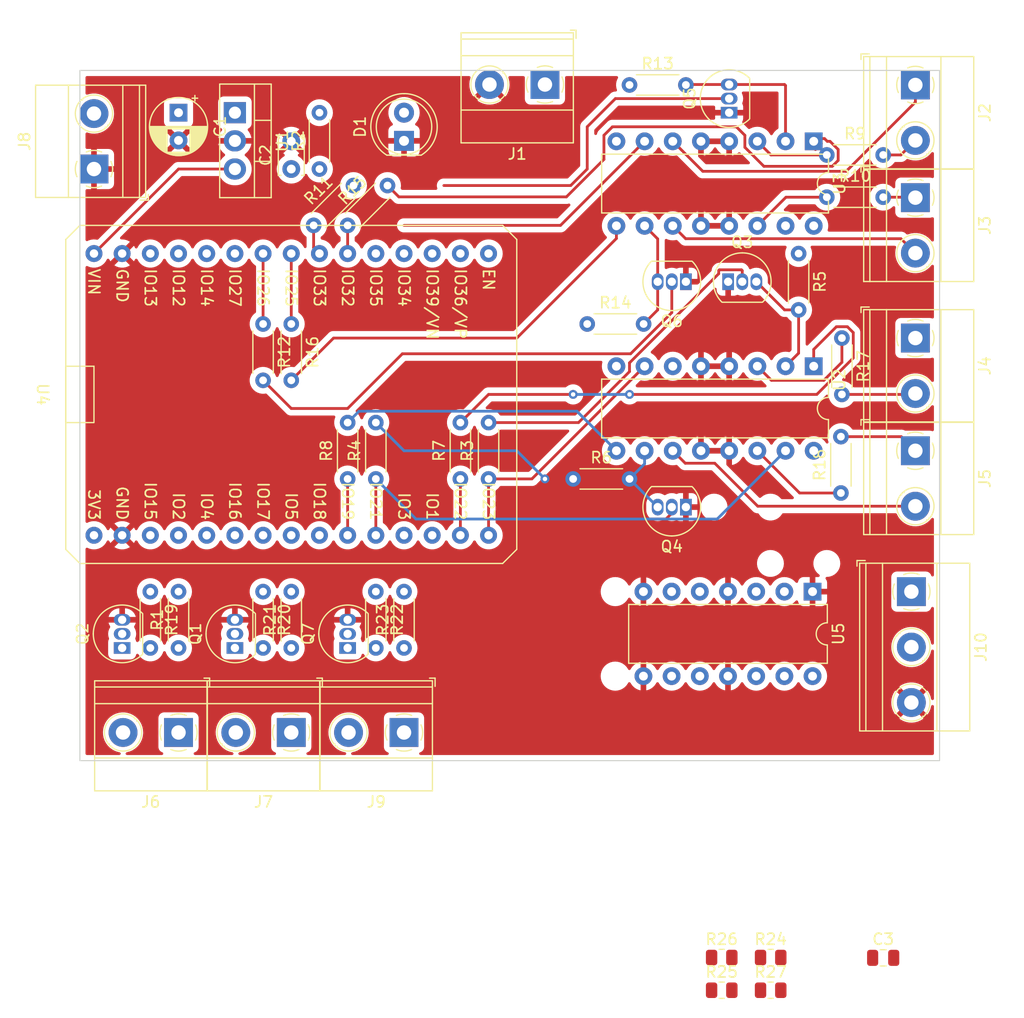
<source format=kicad_pcb>
(kicad_pcb (version 20210228) (generator pcbnew)
  (layers (0 "F.Cu" signal) (31 "B.Cu" signal) (34 "B.Paste" user) (35 "F.Paste" user) (36 "B.SilkS" user "B.Silkscreen") (37 "F.SilkS" user "F.Silkscreen") (38 "B.Mask" user) (39 "F.Mask" user) (44 "Edge.Cuts" user))
  (net 0 "")
  (net 1 "GND")
  (net 2 "+12V")
  (net 3 "Net-(J2-Pad2)")
  (net 4 "Net-(J3-Pad1)")
  (net 5 "Net-(J4-Pad2)")
  (net 6 "Net-(J5-Pad1)")
  (net 7 "Net-(J6-Pad1)")
  (net 8 "LED_1")
  (net 9 "LED_2")
  (net 10 "+5V")
  (net 11 "Net-(R7-Pad2)")
  (net 12 "S4_PWM")
  (net 13 "Net-(Q3-Pad3)")
  (net 14 "S1_SEL")
  (net 15 "S4_SEL")
  (net 16 "S3_PWM")
  (net 17 "S3_SEL")
  (net 18 "S2_SEL")
  (net 19 "S1_PWM")
  (net 20 "S2_PWM")
  (net 21 "Net-(Q4-Pad3)")
  (net 22 "Net-(Q3-Pad2)")
  (net 23 "Net-(Q5-Pad3)")
  (net 24 "Net-(Q4-Pad2)")
  (net 25 "Net-(J7-Pad1)")
  (net 26 "+28V")
  (net 27 "/31V Fairy Lights/L1_B")
  (net 28 "/31V Fairy Lights/L1_A")
  (net 29 "/31V Fairy Lights/L2_B")
  (net 30 "/31V Fairy Lights/L2_A")
  (net 31 "/5V Fairy Lights/L1_B")
  (net 32 "/5V Fairy Lights/L1_A")
  (net 33 "/5V Fairy Lights/L2_B")
  (net 34 "/5V Fairy Lights/L2_A")
  (net 35 "Net-(D1-Pad2)")
  (net 36 "Net-(Q6-Pad3)")
  (net 37 "Net-(Q5-Pad2)")
  (net 38 "Net-(R8-Pad2)")
  (net 39 "Net-(Q6-Pad2)")
  (net 40 "Net-(R15-Pad2)")
  (net 41 "Net-(R16-Pad2)")
  (net 42 "Net-(J6-Pad2)")
  (net 43 "Net-(J7-Pad2)")
  (net 44 "Net-(J9-Pad2)")
  (net 45 "Net-(J9-Pad1)")
  (net 46 "/Adressable RGB/RGB_1_OUT")
  (net 47 "Net-(Q1-Pad2)")
  (net 48 "Net-(Q2-Pad2)")
  (net 49 "Net-(Q7-Pad2)")
  (net 50 "LED_3")
  (net 51 "Net-(U5-Pad8)")
  (net 52 "Net-(U5-Pad3)")
  (net 53 "Net-(U5-Pad11)")
  (net 54 "Net-(U5-Pad6)")
  (net 55 "/Adressable RGB/RGB_2_OUT")
  (net 56 "/Adressable RGB/RGB_3_OUT")
  (net 57 "/Adressable RGB/RGB_4_OUT")
  (net 70 "/Adressable RGB/RGB_2_IN")
  (net 71 "/Adressable RGB/RGB_4_IN")
  (net 72 "RGB_DATA_1")
  (net 73 "/Adressable RGB/RGB_3_IN")
  (footprint "Resistor_THT:R_Axial_DIN0204_L3.6mm_D1.6mm_P5.08mm_Horizontal" (layer "F.Cu") (at 50.8 76.2 90)
    (fp_text reference "R23" (at 2.54 -1.92 90) (layer "F.SilkS"))
    (fp_text value "100")
    (pad "1" thru_hole circle locked (at 0 0 90) (size 1.4 1.4) (drill 0.7) (layers *.Cu *.Mask) (net 45 "Net-(J9-Pad1)"))
    (pad "2" thru_hole oval locked (at 5.08 0 90) (size 1.4 1.4) (drill 0.7) (layers *.Cu *.Mask) (net 10 "+5V"))
  )
  (footprint "Package_TO_SOT_THT:TO-92_Inline" (layer "F.Cu") (at 80.01 43.18)
    (fp_text reference "Q3" (at 1.27 -3.56) (layer "F.SilkS"))
    (fp_text value "2N3904")
    (pad "1" thru_hole rect locked (at 0 0) (size 1.05 1.5) (drill 0.75) (layers *.Cu *.Mask) (net 1 "GND"))
    (pad "2" thru_hole oval locked (at 1.27 0) (size 1.05 1.5) (drill 0.75) (layers *.Cu *.Mask) (net 22 "Net-(Q3-Pad2)"))
    (pad "3" thru_hole oval locked (at 2.54 0) (size 1.05 1.5) (drill 0.75) (layers *.Cu *.Mask) (net 13 "Net-(Q3-Pad3)"))
  )
  (footprint "Resistor_THT:R_Axial_DIN0204_L3.6mm_D1.6mm_P5.08mm_Horizontal" (layer "F.Cu") (at 30.48 76.2 90)
    (fp_text reference "R1" (at 2.54 -1.92 90) (layer "F.SilkS"))
    (fp_text value "100")
    (pad "1" thru_hole circle locked (at 0 0 90) (size 1.4 1.4) (drill 0.7) (layers *.Cu *.Mask) (net 7 "Net-(J6-Pad1)"))
    (pad "2" thru_hole oval locked (at 5.08 0 90) (size 1.4 1.4) (drill 0.7) (layers *.Cu *.Mask) (net 10 "+5V"))
  )
  (footprint "Resistor_SMD:R_0805_2012Metric" (layer "F.Cu") (at 83.84 107.06)
    (fp_text reference "R27" (at 0 -1.65) (layer "F.SilkS"))
    (fp_text value "470")
    (pad "1" smd roundrect locked (at -0.9125 0) (size 1.025 1.4) (layers "F.Cu" "F.Paste" "F.Mask") (roundrect_rratio 0.243902) (net 53 "Net-(U5-Pad11)"))
    (pad "2" smd roundrect locked (at 0.9125 0) (size 1.025 1.4) (layers "F.Cu" "F.Paste" "F.Mask") (roundrect_rratio 0.243902) (net 57 "/Adressable RGB/RGB_4_OUT"))
  )
  (footprint "TerminalBlock_Phoenix:TerminalBlock_Phoenix_MKDS-1,5-2_1x02_P5.00mm_Horizontal" (layer "F.Cu") (at 96.881 48.26 -90)
    (fp_text reference "J4" (at 2.5 -6.26 90) (layer "F.SilkS"))
    (fp_text value "5V_1")
    (pad "1" thru_hole rect locked (at 0 0 270) (size 2.6 2.6) (drill 1.3) (layers *.Cu *.Mask) (net 31 "/5V Fairy Lights/L1_B"))
    (pad "2" thru_hole circle locked (at 5 0 270) (size 2.6 2.6) (drill 1.3) (layers *.Cu *.Mask) (net 5 "Net-(J4-Pad2)"))
  )
  (footprint "Package_TO_SOT_THT:TO-92_Inline" (layer "F.Cu") (at 76.2 43.18 180)
    (fp_text reference "Q6" (at 1.27 -3.56) (layer "F.SilkS"))
    (fp_text value "2N3904")
    (pad "1" thru_hole rect locked (at 0 0 180) (size 1.05 1.5) (drill 0.75) (layers *.Cu *.Mask) (net 1 "GND"))
    (pad "2" thru_hole oval locked (at 1.27 0 180) (size 1.05 1.5) (drill 0.75) (layers *.Cu *.Mask) (net 39 "Net-(Q6-Pad2)"))
    (pad "3" thru_hole oval locked (at 2.54 0 180) (size 1.05 1.5) (drill 0.75) (layers *.Cu *.Mask) (net 36 "Net-(Q6-Pad3)"))
  )
  (footprint "TerminalBlock_Phoenix:TerminalBlock_Phoenix_MKDS-1,5-2_1x02_P5.00mm_Horizontal" (layer "F.Cu") (at 50.8 83.82 180)
    (fp_text reference "J9" (at 2.5 -6.26) (layer "F.SilkS"))
    (fp_text value "LEDGLE_3")
    (pad "1" thru_hole rect locked (at 0 0 180) (size 2.6 2.6) (drill 1.3) (layers *.Cu *.Mask) (net 45 "Net-(J9-Pad1)"))
    (pad "2" thru_hole circle locked (at 5 0 180) (size 2.6 2.6) (drill 1.3) (layers *.Cu *.Mask) (net 44 "Net-(J9-Pad2)"))
  )
  (footprint "Resistor_SMD:R_0805_2012Metric" (layer "F.Cu") (at 79.43 107.06)
    (fp_text reference "R25" (at 0 -1.65) (layer "F.SilkS"))
    (fp_text value "470")
    (pad "1" smd roundrect locked (at -0.9125 0) (size 1.025 1.4) (layers "F.Cu" "F.Paste" "F.Mask") (roundrect_rratio 0.243902) (net 54 "Net-(U5-Pad6)"))
    (pad "2" smd roundrect locked (at 0.9125 0) (size 1.025 1.4) (layers "F.Cu" "F.Paste" "F.Mask") (roundrect_rratio 0.243902) (net 55 "/Adressable RGB/RGB_2_OUT"))
  )
  (footprint "Resistor_THT:R_Axial_DIN0204_L3.6mm_D1.6mm_P5.08mm_Horizontal" (layer "F.Cu") (at 88.9 35.56)
    (fp_text reference "R10" (at 2.54 -1.92) (layer "F.SilkS"))
    (fp_text value "33")
    (pad "1" thru_hole circle locked (at 0 0) (size 1.4 1.4) (drill 0.7) (layers *.Cu *.Mask) (net 29 "/31V Fairy Lights/L2_B"))
    (pad "2" thru_hole oval locked (at 5.08 0) (size 1.4 1.4) (drill 0.7) (layers *.Cu *.Mask) (net 4 "Net-(J3-Pad1)"))
  )
  (footprint "Resistor_THT:R_Axial_DIN0204_L3.6mm_D1.6mm_P5.08mm_Horizontal" (layer "F.Cu") (at 86.36 40.64 -90)
    (fp_text reference "R5" (at 2.54 -1.92 90) (layer "F.SilkS"))
    (fp_text value "10k")
    (pad "1" thru_hole circle locked (at 0 0 270) (size 1.4 1.4) (drill 0.7) (layers *.Cu *.Mask) (net 10 "+5V"))
    (pad "2" thru_hole oval locked (at 5.08 0 270) (size 1.4 1.4) (drill 0.7) (layers *.Cu *.Mask) (net 13 "Net-(Q3-Pad3)"))
  )
  (footprint "Package_DIP:DIP-16_W7.62mm" (layer "F.Cu") (at 87.72 30.52 -90)
    (fp_text reference "U3" (at 3.81 -2.33 90) (layer "F.SilkS"))
    (fp_text value "L293D")
    (pad "1" thru_hole rect locked (at 0 0 270) (size 1.6 1.6) (drill 0.8) (layers *.Cu *.Mask) (net 40 "Net-(R15-Pad2)"))
    (pad "2" thru_hole oval locked (at 0 2.54 270) (size 1.6 1.6) (drill 0.8) (layers *.Cu *.Mask) (net 23 "Net-(Q5-Pad3)"))
    (pad "3" thru_hole oval locked (at 0 5.08 270) (size 1.6 1.6) (drill 0.8) (layers *.Cu *.Mask) (net 28 "/31V Fairy Lights/L1_A"))
    (pad "4" thru_hole oval locked (at 0 7.62 270) (size 1.6 1.6) (drill 0.8) (layers *.Cu *.Mask) (net 1 "GND"))
    (pad "5" thru_hole oval locked (at 0 10.16 270) (size 1.6 1.6) (drill 0.8) (layers *.Cu *.Mask) (net 1 "GND"))
    (pad "6" thru_hole oval locked (at 0 12.7 270) (size 1.6 1.6) (drill 0.8) (layers *.Cu *.Mask) (net 27 "/31V Fairy Lights/L1_B"))
    (pad "7" thru_hole oval locked (at 0 15.24 270) (size 1.6 1.6) (drill 0.8) (layers *.Cu *.Mask) (net 14 "S1_SEL"))
    (pad "8" thru_hole oval locked (at 0 17.78 270) (size 1.6 1.6) (drill 0.8) (layers *.Cu *.Mask) (net 26 "+28V"))
    (pad "9" thru_hole oval locked (at 7.62 17.78 270) (size 1.6 1.6) (drill 0.8) (layers *.Cu *.Mask) (net 41 "Net-(R16-Pad2)"))
    (pad "10" thru_hole oval locked (at 7.62 15.24 270) (size 1.6 1.6) (drill 0.8) (layers *.Cu *.Mask) (net 36 "Net-(Q6-Pad3)"))
    (pad "11" thru_hole oval locked (at 7.62 12.7 270) (size 1.6 1.6) (drill 0.8) (layers *.Cu *.Mask) (net 30 "/31V Fairy Lights/L2_A"))
    (pad "12" thru_hole oval locked (at 7.62 10.16 270) (size 1.6 1.6) (drill 0.8) (layers *.Cu *.Mask) (net 1 "GND"))
    (pad "13" thru_hole oval locked (at 7.62 7.62 270) (size 1.6 1.6) (drill 0.8) (layers *.Cu *.Mask) (net 1 "GND"))
    (pad "14" thru_hole oval locked (at 7.62 5.08 270) (size 1.6 1.6) (drill 0.8) (layers *.Cu *.Mask) (net 29 "/31V Fairy Lights/L2_B"))
    (pad "15" thru_hole oval locked (at 7.62 2.54 270) (size 1.6 1.6) (drill 0.8) (layers *.Cu *.Mask) (net 18 "S2_SEL"))
    (pad "16" thru_hole oval locked (at 7.62 0 270) (size 1.6 1.6) (drill 0.8) (layers *.Cu *.Mask) (net 10 "+5V"))
  )
  (footprint "Package_DIP:DIP-14_W7.62mm" (layer "F.Cu") (at 87.615 71.12 -90)
    (fp_text reference "U5" (at 3.81 -2.33 -90) (layer "F.SilkS"))
    (fp_text value "SN74AHCT125")
    (pad "1" thru_hole rect locked (at 0 0 270) (size 1.6 1.6) (drill 0.8) (layers *.Cu *.Mask) (net 1 "GND"))
    (pad "2" thru_hole oval locked (at 0 2.54 270) (size 1.6 1.6) (drill 0.8) (layers *.Cu *.Mask) (net 72 "RGB_DATA_1"))
    (pad "3" thru_hole oval locked (at 0 5.08 270) (size 1.6 1.6) (drill 0.8) (layers *.Cu *.Mask) (net 52 "Net-(U5-Pad3)"))
    (pad "4" thru_hole oval locked (at 0 7.62 270) (size 1.6 1.6) (drill 0.8) (layers *.Cu *.Mask) (net 1 "GND"))
    (pad "5" thru_hole oval locked (at 0 10.16 270) (size 1.6 1.6) (drill 0.8) (layers *.Cu *.Mask) (net 70 "/Adressable RGB/RGB_2_IN"))
    (pad "6" thru_hole oval locked (at 0 12.7 270) (size 1.6 1.6) (drill 0.8) (layers *.Cu *.Mask) (net 54 "Net-(U5-Pad6)"))
    (pad "7" thru_hole oval locked (at 0 15.24 270) (size 1.6 1.6) (drill 0.8) (layers *.Cu *.Mask) (net 1 "GND"))
    (pad "8" thru_hole oval locked (at 7.62 15.24 270) (size 1.6 1.6) (drill 0.8) (layers *.Cu *.Mask) (net 51 "Net-(U5-Pad8)"))
    (pad "9" thru_hole oval locked (at 7.62 12.7 270) (size 1.6 1.6) (drill 0.8) (layers *.Cu *.Mask) (net 73 "/Adressable RGB/RGB_3_IN"))
    (pad "10" thru_hole oval locked (at 7.62 10.16 270) (size 1.6 1.6) (drill 0.8) (layers *.Cu *.Mask) (net 1 "GND"))
    (pad "11" thru_hole oval locked (at 7.62 7.62 270) (size 1.6 1.6) (drill 0.8) (layers *.Cu *.Mask) (net 53 "Net-(U5-Pad11)"))
    (pad "12" thru_hole oval locked (at 7.62 5.08 270) (size 1.6 1.6) (drill 0.8) (layers *.Cu *.Mask) (net 71 "/Adressable RGB/RGB_4_IN"))
    (pad "13" thru_hole oval locked (at 7.62 2.54 270) (size 1.6 1.6) (drill 0.8) (layers *.Cu *.Mask) (net 1 "GND"))
    (pad "14" thru_hole oval locked (at 7.62 0 270) (size 1.6 1.6) (drill 0.8) (layers *.Cu *.Mask) (net 10 "+5V"))
  )
  (footprint "Resistor_THT:R_Axial_DIN0204_L3.6mm_D1.6mm_P5.08mm_Horizontal" (layer "F.Cu") (at 48.26 71.12 -90)
    (fp_text reference "R22" (at 2.54 -1.92 90) (layer "F.SilkS"))
    (fp_text value "1k")
    (pad "1" thru_hole circle locked (at 0 0 270) (size 1.4 1.4) (drill 0.7) (layers *.Cu *.Mask) (net 50 "LED_3"))
    (pad "2" thru_hole oval locked (at 5.08 0 270) (size 1.4 1.4) (drill 0.7) (layers *.Cu *.Mask) (net 49 "Net-(Q7-Pad2)"))
  )
  (footprint "Resistor_THT:R_Axial_DIN0204_L3.6mm_D1.6mm_P5.08mm_Horizontal" (layer "F.Cu") (at 71.12 25.44)
    (fp_text reference "R13" (at 2.54 -1.92) (layer "F.SilkS"))
    (fp_text value "10k")
    (pad "1" thru_hole circle locked (at 0 0) (size 1.4 1.4) (drill 0.7) (layers *.Cu *.Mask) (net 10 "+5V"))
    (pad "2" thru_hole oval locked (at 5.08 0) (size 1.4 1.4) (drill 0.7) (layers *.Cu *.Mask) (net 23 "Net-(Q5-Pad3)"))
  )
  (footprint "Capacitor_THT:CP_Radial_D5.0mm_P2.50mm" (layer "F.Cu") (at 30.48 27.94 -90)
    (fp_text reference "C1" (at 1.25 -3.75 90) (layer "F.SilkS"))
    (fp_text value "0.22u")
    (pad "1" thru_hole rect locked (at 0 0 270) (size 1.6 1.6) (drill 0.8) (layers *.Cu *.Mask) (net 2 "+12V"))
    (pad "2" thru_hole circle locked (at 2.5 0 270) (size 1.6 1.6) (drill 0.8) (layers *.Cu *.Mask) (net 1 "GND"))
  )
  (footprint "Jim:ESP32DOIT-DEVKIT-V1-30pin" (layer "F.Cu") (at 25.4 53.34 -90)
    (fp_text reference "U4" (at 0 7.16 -90 unlocked) (layer "F.SilkS"))
    (fp_text value "ESP32DOIT-DEVKIT-V1-30pin")
    (fp_text user "IO33" (at -11.43 -17.78 -90 unlocked) (layer "F.SilkS") (effects (justify left)))
    (fp_text user "IO1" (at 11.43 -27.94 -90 unlocked) (layer "F.SilkS") (effects (justify right)))
    (fp_text user "IO16" (at 11.43 -10.16 -90 unlocked) (layer "F.SilkS") (effects (justify right)))
    (fp_text user "3V3" (at 11.43 2.54 -90 unlocked) (layer "F.SilkS") (effects (justify right)))
    (fp_text user "IO27" (at -11.43 -10.16 -90 unlocked) (layer "F.SilkS") (effects (justify left)))
    (fp_text user "VIN" (at -11.43 2.54 -90 unlocked) (layer "F.SilkS") (effects (justify left)))
    (fp_text user "IO34" (at -11.43 -25.4 -90 unlocked) (layer "F.SilkS") (effects (justify left)))
    (fp_text user "IO25" (at -11.43 -15.24 -90 unlocked) (layer "F.SilkS") (effects (justify left)))
    (fp_text user "EN" (at -11.43 -33.02 -90 unlocked) (layer "F.SilkS") (effects (justify left)))
    (fp_text user "IO17" (at 11.43 -12.7 -90 unlocked) (layer "F.SilkS") (effects (justify right)))
    (fp_text user "IO26" (at -11.43 -12.7 -90 unlocked) (layer "F.SilkS") (effects (justify left)))
    (fp_text user "IO21" (at 11.43 -22.86 -90 unlocked) (layer "F.SilkS") (effects (justify right)))
    (fp_text user "GND" (at -11.43 0 -90 unlocked) (layer "F.SilkS") (effects (justify left)))
    (fp_text user "IO36/VP" (at -11.43 -30.48 -90 unlocked) (layer "F.SilkS") (effects (justify left)))
    (fp_text user "IO39/VN" (at -11.43 -27.94 -90 unlocked) (layer "F.SilkS") (effects (justify left)))
    (fp_text user "IO5" (at 11.43 -15.24 -90 unlocked) (layer "F.SilkS") (effects (justify right)))
    (fp_text user "IO12" (at -11.43 -5.08 -90 unlocked) (layer "F.SilkS") (effects (justify left)))
    (fp_text user "IO18" (at 11.43 -17.78 -90 unlocked) (layer "F.SilkS") (effects (justify right)))
    (fp_text user "IO2" (at 11.43 -5.08 -90 unlocked) (layer "F.SilkS") (effects (justify right)))
    (fp_text user "IO23" (at 11.43 -33.02 -90 unlocked) (layer "F.SilkS") (effects (justify right)))
    (fp_text user "IO3" (at 11.43 -25.4 -90 unlocked) (layer "F.SilkS") (effects (justify right)))
    (fp_text user "IO32" (at -11.43 -20.32 -90 unlocked) (layer "F.SilkS") (effects (justify left)))
    (fp_text user "IO14" (at -11.43 -7.62 -90 unlocked) (layer "F.SilkS") (effects (justify left)))
    (fp_text user "IO13" (at -11.43 -2.54 -90 unlocked) (layer "F.SilkS") (effects (justify left)))
    (fp_text user "GND" (at 11.43 0 -90 unlocked) (layer "F.SilkS") (effects (justify right)))
    (fp_text user "IO4" (at 11.43 -7.62 -90 unlocked) (layer "F.SilkS") (effects (justify right)))
    (fp_text user "IO19" (at 11.43 -20.32 -90 unlocked) (layer "F.SilkS") (effects (justify right)))
    (fp_text user "IO15" (at 11.43 -2.54 -90 unlocked) (layer "F.SilkS") (effects (justify right)))
    (fp_text user "IO35" (at -11.43 -22.86 -90 unlocked) (layer "F.SilkS") (effects (justify left)))
    (fp_text user "IO22" (at 11.43 -30.48 -90 unlocked) (layer "F.SilkS") (effects (justify right)))
    (pad "1" thru_hole circle (at -12.7 -33.02 270) (size 1.524 1.524) (drill 0.762) (layers *.Cu *.Mask))
    (pad "2" thru_hole circle (at -12.7 -30.48 270) (size 1.524 1.524) (drill 0.762) (layers *.Cu *.Mask))
    (pad "3" thru_hole circle (at -12.7 -27.94 270) (size 1.524 1.524) (drill 0.762) (layers *.Cu *.Mask))
    (pad "4" thru_hole circle (at -12.7 -25.4 270) (size 1.524 1.524) (drill 0.762) (layers *.Cu *.Mask))
    (pad "5" thru_hole circle (at -12.7 -22.86 270) (size 1.524 1.524) (drill 0.762) (layers *.Cu *.Mask))
    (pad "6" thru_hole circle (at -12.7 -20.32 270) (size 1.524 1.524) (drill 0.762) (layers *.Cu *.Mask) (net 19 "S1_PWM"))
    (pad "7" thru_hole circle (at -12.7 -17.78 270) (size 1.524 1.524) (drill 0.762) (layers *.Cu *.Mask) (net 14 "S1_SEL"))
    (pad "8" thru_hole circle (at -12.7 -15.24 270) (size 1.524 1.524) (drill 0.762) (layers *.Cu *.Mask) (net 20 "S2_PWM"))
    (pad "9" thru_hole circle (at -12.7 -12.7 270) (size 1.524 1.524) (drill 0.762) (layers *.Cu *.Mask) (net 18 "S2_SEL"))
    (pad "10" thru_hole circle (at -12.7 -10.16 270) (size 1.524 1.524) (drill 0.762) (layers *.Cu *.Mask))
    (pad "11" thru_hole circle (at -12.7 -7.62 270) (size 1.524 1.524) (drill 0.762) (layers *.Cu *.Mask))
    (pad "12" thru_hole circle (at -12.7 -5.08 270) (size 1.524 1.524) (drill 0.762) (layers *.Cu *.Mask))
    (pad "13" thru_hole circle (at -12.7 -2.54 270) (size 1.524 1.524) (drill 0.762) (layers *.Cu *.Mask))
    (pad "14" thru_hole circle (at -12.7 0 270) (size 1.524 1.524) (drill 0.762) (layers *.Cu *.Mask) (net 1 "GND"))
    (pad "15" thru_hole circle (at -12.7 2.54 270) (size 1.524 1.524) (drill 0.762) (layers *.Cu *.Mask) (net 10 "+5V"))
    (pad "16" thru_hole circle (at 12.7 -33.02 270) (size 1.524 1.524) (drill 0.762) (layers *.Cu *.Mask) (net 17 "S3_SEL"))
    (pad "17" thru_hole circle (at 12.7 -30.48 270) (size 1.524 1.524) (drill 0.762) (layers *.Cu *.Mask) (net 16 "S3_PWM"))
    (pad "18" thru_hole circle (at 12.7 -27.94 270) (size 1.524 1.524) (drill 0.762) (layers *.Cu *.Mask))
    (pad "19" thru_hole circle (at 12.7 -25.4 270) (size 1.524 1.524) (drill 0.762) (layers *.Cu *.Mask))
    (pad "20" thru_hole circle (at 12.7 -22.86 270) (size 1.524 1.524) (drill 0.762) (layers *.Cu *.Mask) (net 15 "S4_SEL"))
    (pad "21" thru_hole circle (at 12.7 -20.32 270) (size 1.524 1.524) (drill 0.762) (layers *.Cu *.Mask) (net 12 "S4_PWM"))
    (pad "22" thru_hole circle (at 12.7 -17.78 270) (size 1.524 1.524) (drill 0.762) (layers *.Cu *.Mask) (net 50 "LED_3"))
    (pad "23" thru_hole circle (at 12.7 -15.24 270) (size 1.524 1.524) (drill 0.762) (layers *.Cu *.Mask) (net 72 "RGB_DATA_1"))
    (pad "24" thru_hole circle (at 12.7 -12.7 270) (size 1.524 1.524) (drill 0.762) (layers *.Cu *.Mask))
    (pad "25" thru_hole circle (at 12.7 -10.16 270) (size 1.524 1.524) (drill 0.762) (layers *.Cu *.Mask))
    (pad "26" thru_hole circle (at 12.7 -7.62 270) (size 1.524 1.524) (drill 0.762) (layers *.Cu *.Mask) (net 9 "LED_2"))
    (pad "27" thru_hole circle (at 12.7 -5.08 270) (size 1.524 1.524) (drill 0.762) (layers *.Cu *.Mask))
    (pad "28" thru_hole circle (at 12.7 -2.54 270) (size 1.524 1.524) (drill 0.762) (layers *.Cu *.Mask) (net 8 "LED_1"))
    (pad "29" thru_hole circle (at 12.7 0 270) (size 1.524 1.524) (drill 0.762) (layers *.Cu *.Mask) (net 1 "GND"))
    (pad "30" thru_hole circle (at 12.7 2.54 270) (size 1.524 1.524) (drill 0.762) (layers *.Cu *.Mask))
  )
  (footprint "Package_DIP:DIP-16_W7.62mm" (layer "F.Cu") (at 87.72 50.8 -90)
    (fp_text reference "U2" (at 1.23 -2.33 90) (layer "F.SilkS"))
    (fp_text value "L293D")
    (pad "1" thru_hole rect locked (at 0 0 270) (size 1.6 1.6) (drill 0.8) (layers *.Cu *.Mask) (net 11 "Net-(R7-Pad2)"))
    (pad "2" thru_hole oval locked (at 0 2.54 270) (size 1.6 1.6) (drill 0.8) (layers *.Cu *.Mask) (net 13 "Net-(Q3-Pad3)"))
    (pad "3" thru_hole oval locked (at 0 5.08 270) (size 1.6 1.6) (drill 0.8) (layers *.Cu *.Mask) (net 32 "/5V Fairy Lights/L1_A"))
    (pad "4" thru_hole oval locked (at 0 7.62 270) (size 1.6 1.6) (drill 0.8) (layers *.Cu *.Mask) (net 1 "GND"))
    (pad "5" thru_hole oval locked (at 0 10.16 270) (size 1.6 1.6) (drill 0.8) (layers *.Cu *.Mask) (net 1 "GND"))
    (pad "6" thru_hole oval locked (at 0 12.7 270) (size 1.6 1.6) (drill 0.8) (layers *.Cu *.Mask) (net 31 "/5V Fairy Lights/L1_B"))
    (pad "7" thru_hole oval locked (at 0 15.24 270) (size 1.6 1.6) (drill 0.8) (layers *.Cu *.Mask) (net 17 "S3_SEL"))
    (pad "8" thru_hole oval locked (at 0 17.78 270) (size 1.6 1.6) (drill 0.8) (layers *.Cu *.Mask) (net 10 "+5V"))
    (pad "9" thru_hole oval locked (at 7.62 17.78 270) (size 1.6 1.6) (drill 0.8) (layers *.Cu *.Mask) (net 38 "Net-(R8-Pad2)"))
    (pad "10" thru_hole oval locked (at 7.62 15.24 270) (size 1.6 1.6) (drill 0.8) (layers *.Cu *.Mask) (net 21 "Net-(Q4-Pad3)"))
    (pad "11" thru_hole oval locked (at 7.62 12.7 270) (size 1.6 1.6) (drill 0.8) (layers *.Cu *.Mask) (net 34 "/5V Fairy Lights/L2_A"))
    (pad "12" thru_hole oval locked (at 7.62 10.16 270) (size 1.6 1.6) (drill 0.8) (layers *.Cu *.Mask) (net 1 "GND"))
    (pad "13" thru_hole oval locked (at 7.62 7.62 270) (size 1.6 1.6) (drill 0.8) (layers *.Cu *.Mask) (net 1 "GND"))
    (pad "14" thru_hole oval locked (at 7.62 5.08 270) (size 1.6 1.6) (drill 0.8) (layers *.Cu *.Mask) (net 33 "/5V Fairy Lights/L2_B"))
    (pad "15" thru_hole oval locked (at 7.62 2.54 270) (size 1.6 1.6) (drill 0.8) (layers *.Cu *.Mask) (net 15 "S4_SEL"))
    (pad "16" thru_hole oval locked (at 7.62 0 270) (size 1.6 1.6) (drill 0.8) (layers *.Cu *.Mask) (net 10 "+5V"))
  )
  (footprint "Resistor_SMD:R_0805_2012Metric" (layer "F.Cu") (at 79.43 104.11)
    (fp_text reference "R26" (at 0 -1.65) (layer "F.SilkS"))
    (fp_text value "470")
    (pad "1" smd roundrect locked (at -0.9125 0) (size 1.025 1.4) (layers "F.Cu" "F.Paste" "F.Mask") (roundrect_rratio 0.243902) (net 51 "Net-(U5-Pad8)"))
    (pad "2" smd roundrect locked (at 0.9125 0) (size 1.025 1.4) (layers "F.Cu" "F.Paste" "F.Mask") (roundrect_rratio 0.243902) (net 56 "/Adressable RGB/RGB_3_OUT"))
  )
  (footprint "Package_TO_SOT_THT:TO-92_Inline" (layer "F.Cu") (at 76.2 63.5 180)
    (fp_text reference "Q4" (at 1.27 -3.56) (layer "F.SilkS"))
    (fp_text value "2N3904")
    (pad "1" thru_hole rect locked (at 0 0 180) (size 1.05 1.5) (drill 0.75) (layers *.Cu *.Mask) (net 1 "GND"))
    (pad "2" thru_hole oval locked (at 1.27 0 180) (size 1.05 1.5) (drill 0.75) (layers *.Cu *.Mask) (net 24 "Net-(Q4-Pad2)"))
    (pad "3" thru_hole oval locked (at 2.54 0 180) (size 1.05 1.5) (drill 0.75) (layers *.Cu *.Mask) (net 21 "Net-(Q4-Pad3)"))
  )
  (footprint "Package_TO_SOT_THT:TO-220-3_Vertical" (layer "F.Cu") (at 35.56 27.94 -90)
    (fp_text reference "U1" (at 2.54 -4.27 90) (layer "F.SilkS"))
    (fp_text value "L7805")
    (pad "1" thru_hole rect locked (at 0 0 270) (size 1.905 2) (drill 1.1) (layers *.Cu *.Mask) (net 2 "+12V"))
    (pad "2" thru_hole oval locked (at 2.54 0 270) (size 1.905 2) (drill 1.1) (layers *.Cu *.Mask) (net 1 "GND"))
    (pad "3" thru_hole oval locked (at 5.08 0 270) (size 1.905 2) (drill 1.1) (layers *.Cu *.Mask) (net 10 "+5V"))
  )
  (footprint "Package_TO_SOT_THT:TO-92_Inline" (layer "F.Cu") (at 35.56 76.2 90)
    (fp_text reference "Q1" (at 1.27 -3.56 90) (layer "F.SilkS"))
    (fp_text value "BC547")
    (pad "1" thru_hole rect locked (at 0 0 90) (size 1.05 1.5) (drill 0.75) (layers *.Cu *.Mask) (net 43 "Net-(J7-Pad2)"))
    (pad "2" thru_hole oval locked (at 1.27 0 90) (size 1.05 1.5) (drill 0.75) (layers *.Cu *.Mask) (net 47 "Net-(Q1-Pad2)"))
    (pad "3" thru_hole oval locked (at 2.54 0 90) (size 1.05 1.5) (drill 0.75) (layers *.Cu *.Mask) (net 1 "GND"))
  )
  (footprint "Resistor_THT:R_Axial_DIN0204_L3.6mm_D1.6mm_P5.08mm_Horizontal" (layer "F.Cu") (at 38.1 71.12 -90)
    (fp_text reference "R20" (at 2.54 -1.92 90) (layer "F.SilkS"))
    (fp_text value "1k")
    (pad "1" thru_hole circle locked (at 0 0 270) (size 1.4 1.4) (drill 0.7) (layers *.Cu *.Mask) (net 9 "LED_2"))
    (pad "2" thru_hole oval locked (at 5.08 0 270) (size 1.4 1.4) (drill 0.7) (layers *.Cu *.Mask) (net 47 "Net-(Q1-Pad2)"))
  )
  (footprint "Resistor_THT:R_Axial_DIN0204_L3.6mm_D1.6mm_P5.08mm_Horizontal" (layer "F.Cu") (at 27.94 71.12 -90)
    (fp_text reference "R19" (at 2.54 -1.92 90) (layer "F.SilkS"))
    (fp_text value "1k")
    (pad "1" thru_hole circle locked (at 0 0 270) (size 1.4 1.4) (drill 0.7) (layers *.Cu *.Mask) (net 8 "LED_1"))
    (pad "2" thru_hole oval locked (at 5.08 0 270) (size 1.4 1.4) (drill 0.7) (layers *.Cu *.Mask) (net 48 "Net-(Q2-Pad2)"))
  )
  (footprint "Resistor_THT:R_Axial_DIN0204_L3.6mm_D1.6mm_P5.08mm_Horizontal" (layer "F.Cu") (at 43.18 33.02 90)
    (fp_text reference "R2" (at 2.54 -1.92 90) (layer "F.SilkS"))
    (fp_text value "470")
    (pad "1" thru_hole circle locked (at 0 0 90) (size 1.4 1.4) (drill 0.7) (layers *.Cu *.Mask) (net 10 "+5V"))
    (pad "2" thru_hole oval locked (at 5.08 0 90) (size 1.4 1.4) (drill 0.7) (layers *.Cu *.Mask) (net 35 "Net-(D1-Pad2)"))
  )
  (footprint "Resistor_THT:R_Axial_DIN0204_L3.6mm_D1.6mm_P5.08mm_Horizontal" (layer "F.Cu") (at 67.31 46.99)
    (fp_text reference "R14" (at 2.54 -1.92) (layer "F.SilkS"))
    (fp_text value "10k")
    (pad "1" thru_hole circle locked (at 0 0) (size 1.4 1.4) (drill 0.7) (layers *.Cu *.Mask) (net 10 "+5V"))
    (pad "2" thru_hole oval locked (at 5.08 0) (size 1.4 1.4) (drill 0.7) (layers *.Cu *.Mask) (net 36 "Net-(Q6-Pad3)"))
  )
  (footprint "TerminalBlock_Phoenix:TerminalBlock_Phoenix_MKDS-1,5-2_1x02_P5.00mm_Horizontal" (layer "F.Cu") (at 22.86 33.02 90)
    (fp_text reference "J8" (at 2.5 -6.26 90) (layer "F.SilkS"))
    (fp_text value "Power Input")
    (pad "1" thru_hole rect locked (at 0 0 90) (size 2.6 2.6) (drill 1.3) (layers *.Cu *.Mask) (net 1 "GND"))
    (pad "2" thru_hole circle locked (at 5 0 90) (size 2.6 2.6) (drill 1.3) (layers *.Cu *.Mask) (net 2 "+12V"))
  )
  (footprint "Package_TO_SOT_THT:TO-92_Inline" (layer "F.Cu") (at 80.1 27.94 90)
    (fp_text reference "Q5" (at 1.27 -3.56 90) (layer "F.SilkS"))
    (fp_text value "2N3904")
    (pad "1" thru_hole rect locked (at 0 0 90) (size 1.05 1.5) (drill 0.75) (layers *.Cu *.Mask) (net 1 "GND"))
    (pad "2" thru_hole oval locked (at 1.27 0 90) (size 1.05 1.5) (drill 0.75) (layers *.Cu *.Mask) (net 37 "Net-(Q5-Pad2)"))
    (pad "3" thru_hole oval locked (at 2.54 0 90) (size 1.05 1.5) (drill 0.75) (layers *.Cu *.Mask) (net 23 "Net-(Q5-Pad3)"))
  )
  (footprint "Resistor_THT:R_Axial_DIN0204_L3.6mm_D1.6mm_P5.08mm_Horizontal" (layer "F.Cu") (at 40.64 76.2 90)
    (fp_text reference "R21" (at 2.54 -1.92 90) (layer "F.SilkS"))
    (fp_text value "100")
    (pad "1" thru_hole circle locked (at 0 0 90) (size 1.4 1.4) (drill 0.7) (layers *.Cu *.Mask) (net 25 "Net-(J7-Pad1)"))
    (pad "2" thru_hole oval locked (at 5.08 0 90) (size 1.4 1.4) (drill 0.7) (layers *.Cu *.Mask) (net 10 "+5V"))
  )
  (footprint "Package_TO_SOT_THT:TO-92_Inline" (layer "F.Cu") (at 25.4 76.2 90)
    (fp_text reference "Q2" (at 1.27 -3.56 90) (layer "F.SilkS"))
    (fp_text value "BC547")
    (pad "1" thru_hole rect locked (at 0 0 90) (size 1.05 1.5) (drill 0.75) (layers *.Cu *.Mask) (net 42 "Net-(J6-Pad2)"))
    (pad "2" thru_hole oval locked (at 1.27 0 90) (size 1.05 1.5) (drill 0.75) (layers *.Cu *.Mask) (net 48 "Net-(Q2-Pad2)"))
    (pad "3" thru_hole oval locked (at 2.54 0 90) (size 1.05 1.5) (drill 0.75) (layers *.Cu *.Mask) (net 1 "GND"))
  )
  (footprint "Package_TO_SOT_THT:TO-92_Inline" (layer "F.Cu") (at 45.72 76.2 90)
    (fp_text reference "Q7" (at 1.27 -3.56 90) (layer "F.SilkS"))
    (fp_text value "BC547")
    (pad "1" thru_hole rect locked (at 0 0 90) (size 1.05 1.5) (drill 0.75) (layers *.Cu *.Mask) (net 44 "Net-(J9-Pad2)"))
    (pad "2" thru_hole oval locked (at 1.27 0 90) (size 1.05 1.5) (drill 0.75) (layers *.Cu *.Mask) (net 49 "Net-(Q7-Pad2)"))
    (pad "3" thru_hole oval locked (at 2.54 0 90) (size 1.05 1.5) (drill 0.75) (layers *.Cu *.Mask) (net 1 "GND"))
  )
  (footprint "Capacitor_THT:C_Disc_D3.4mm_W2.1mm_P2.50mm" (layer "F.Cu") (at 40.64 33.02 90)
    (fp_text reference "C2" (at 1.25 -2.3 90) (layer "F.SilkS"))
    (fp_text value "0.1u")
    (pad "1" thru_hole circle locked (at 0 0 90) (size 1.6 1.6) (drill 0.8) (layers *.Cu *.Mask) (net 10 "+5V"))
    (pad "2" thru_hole circle locked (at 2.5 0 90) (size 1.6 1.6) (drill 0.8) (layers *.Cu *.Mask) (net 1 "GND"))
  )
  (footprint "Resistor_THT:R_Axial_DIN0204_L3.6mm_D1.6mm_P5.08mm_Horizontal" (layer "F.Cu") (at 38.1 46.99 -90)
    (fp_text reference "R12" (at 2.54 -1.92 90) (layer "F.SilkS"))
    (fp_text value "10k")
    (pad "1" thru_hole circle locked (at 0 0 270) (size 1.4 1.4) (drill 0.7) (layers *.Cu *.Mask) (net 18 "S2_SEL"))
    (pad "2" thru_hole oval locked (at 5.08 0 270) (size 1.4 1.4) (drill 0.7) (layers *.Cu *.Mask) (net 39 "Net-(Q6-Pad2)"))
  )
  (footprint "TerminalBlock_Phoenix:TerminalBlock_Phoenix_MKDS-1,5-2_1x02_P5.00mm_Horizontal" (layer "F.Cu") (at 30.48 83.82 180)
    (fp_text reference "J6" (at 2.5 -6.26) (layer "F.SilkS"))
    (fp_text value "LEDGLE_1")
    (pad "1" thru_hole rect locked (at 0 0 180) (size 2.6 2.6) (drill 1.3) (layers *.Cu *.Mask) (net 7 "Net-(J6-Pad1)"))
    (pad "2" thru_hole circle locked (at 5 0 180) (size 2.6 2.6) (drill 1.3) (layers *.Cu *.Mask) (net 42 "Net-(J6-Pad2)"))
  )
  (footprint "TerminalBlock_Phoenix:TerminalBlock_Phoenix_MKDS-1,5-3_1x03_P5.00mm_Horizontal" (layer "F.Cu") (at 96.52 71.12 -90)
    (fp_text reference "J10" (at 5 -6.26 -90) (layer "F.SilkS"))
    (fp_text value "RGB_LED1")
    (pad "1" thru_hole rect locked (at 0 0 270) (size 2.6 2.6) (drill 1.3) (layers *.Cu *.Mask) (net 1 "GND"))
    (pad "2" thru_hole circle locked (at 5 0 270) (size 2.6 2.6) (drill 1.3) (layers *.Cu *.Mask) (net 46 "/Adressable RGB/RGB_1_OUT"))
    (pad "3" thru_hole circle locked (at 10 0 270) (size 2.6 2.6) (drill 1.3) (layers *.Cu *.Mask) (net 10 "+5V"))
  )
  (footprint "Capacitor_SMD:C_0805_2012Metric" (layer "F.Cu") (at 93.98 104.14)
    (fp_text reference "C3" (at 0 -1.68) (layer "F.SilkS"))
    (fp_text value "1000u")
    (pad "1" smd roundrect locked (at -0.95 0) (size 1 1.45) (layers "F.Cu" "F.Paste" "F.Mask") (net 10 "+5V"))
    (pad "2" smd roundrect locked (at 0.95 0) (size 1 1.45) (layers "F.Cu" "F.Paste" "F.Mask") (net 1 "GND"))
  )
  (footprint "Resistor_THT:R_Axial_DIN0204_L3.6mm_D1.6mm_P5.08mm_Horizontal" (layer "F.Cu") (at 66.04 60.96)
    (fp_text reference "R6" (at 2.54 -1.92) (layer "F.SilkS"))
    (fp_text value "10k")
    (pad "1" thru_hole circle locked (at 0 0) (size 1.4 1.4) (drill 0.7) (layers *.Cu *.Mask) (net 10 "+5V"))
    (pad "2" thru_hole oval locked (at 5.08 0) (size 1.4 1.4) (drill 0.7) (layers *.Cu *.Mask) (net 21 "Net-(Q4-Pad3)"))
  )
  (footprint "LED_THT:LED_D5.0mm" (layer "F.Cu") (at 50.8 30.48 90)
    (fp_text reference "D1" (at 1.27 -3.96 90) (layer "F.SilkS"))
    (fp_text value "LED")
    (pad "1" thru_hole rect locked (at 0 0 90) (size 1.8 1.8) (drill 0.9) (layers *.Cu *.Mask) (net 1 "GND"))
    (pad "2" thru_hole circle (at 2.54 0 90) (size 1.8 1.8) (drill 0.9) (layers *.Cu *.Mask) (net 35 "Net-(D1-Pad2)"))
  )
  (footprint "Resistor_THT:R_Axial_DIN0204_L3.6mm_D1.6mm_P5.08mm_Horizontal" (layer "F.Cu") (at 88.9 31.75)
    (fp_text reference "R9" (at 2.54 -1.92) (layer "F.SilkS"))
    (fp_text value "33")
    (pad "1" thru_hole circle locked (at 0 0) (size 1.4 1.4) (drill 0.7) (layers *.Cu *.Mask) (net 28 "/31V Fairy Lights/L1_A"))
    (pad "2" thru_hole oval locked (at 5.08 0) (size 1.4 1.4) (drill 0.7) (layers *.Cu *.Mask) (net 3 "Net-(J2-Pad2)"))
  )
  (footprint "Resistor_THT:R_Axial_DIN0204_L3.6mm_D1.6mm_P5.08mm_Horizontal" (layer "F.Cu") (at 58.42 60.96 90)
    (fp_text reference "R3" (at 2.54 -1.92 90) (layer "F.SilkS"))
    (fp_text value "10k")
    (pad "1" thru_hole circle locked (at 0 0 90) (size 1.4 1.4) (drill 0.7) (layers *.Cu *.Mask) (net 17 "S3_SEL"))
    (pad "2" thru_hole oval locked (at 5.08 0 90) (size 1.4 1.4) (drill 0.7) (layers *.Cu *.Mask) (net 22 "Net-(Q3-Pad2)"))
  )
  (footprint "TerminalBlock_Phoenix:TerminalBlock_Phoenix_MKDS-1,5-2_1x02_P5.00mm_Horizontal" (layer "F.Cu") (at 96.881 25.44 -90)
    (fp_text reference "J2" (at 2.5 -6.26 90) (layer "F.SilkS"))
    (fp_text value "31V_1")
    (pad "1" thru_hole rect locked (at 0 0 270) (size 2.6 2.6) (drill 1.3) (layers *.Cu *.Mask) (net 27 "/31V Fairy Lights/L1_B"))
    (pad "2" thru_hole circle locked (at 5 0 270) (size 2.6 2.6) (drill 1.3) (layers *.Cu *.Mask) (net 3 "Net-(J2-Pad2)"))
  )
  (footprint "Resistor_THT:R_Axial_DIN0204_L3.6mm_D1.6mm_P5.08mm_Horizontal" (layer "F.Cu") (at 90.17 62.23 90)
    (fp_text reference "R18" (at 2.54 -1.92 90) (layer "F.SilkS"))
    (fp_text value "100")
    (pad "1" thru_hole circle locked (at 0 0 90) (size 1.4 1.4) (drill 0.7) (layers *.Cu *.Mask) (net 33 "/5V Fairy Lights/L2_B"))
    (pad "2" thru_hole oval locked (at 5.08 0 90) (size 1.4 1.4) (drill 0.7) (layers *.Cu *.Mask) (net 6 "Net-(J5-Pad1)"))
  )
  (footprint "TerminalBlock_Phoenix:TerminalBlock_Phoenix_MKDS-1,5-2_1x02_P5.00mm_Horizontal" (layer "F.Cu") (at 63.5 25.4 180)
    (fp_text reference "J1" (at 2.5 -6.26) (layer "F.SilkS"))
    (fp_text value "High Voltage")
    (pad "1" thru_hole rect locked (at 0 0 180) (size 2.6 2.6) (drill 1.3) (layers *.Cu *.Mask) (net 26 "+28V"))
    (pad "2" thru_hole circle locked (at 5 0 180) (size 2.6 2.6) (drill 1.3) (layers *.Cu *.Mask) (net 1 "GND"))
  )
  (footprint "Resistor_SMD:R_0805_2012Metric" (layer "F.Cu") (at 83.84 104.11)
    (fp_text reference "R24" (at 0 -1.65) (layer "F.SilkS"))
    (fp_text value "470")
    (pad "1" smd roundrect locked (at -0.9125 0) (size 1.025 1.4) (layers "F.Cu" "F.Paste" "F.Mask") (roundrect_rratio 0.243902) (net 52 "Net-(U5-Pad3)"))
    (pad "2" smd roundrect locked (at 0.9125 0) (size 1.025 1.4) (layers "F.Cu" "F.Paste" "F.Mask") (roundrect_rratio 0.243902) (net 46 "/Adressable RGB/RGB_1_OUT"))
  )
  (footprint "TerminalBlock_Phoenix:TerminalBlock_Phoenix_MKDS-1,5-2_1x02_P5.00mm_Horizontal" (layer "F.Cu") (at 40.64 83.82 180)
    (fp_text reference "J7" (at 2.5 -6.26) (layer "F.SilkS"))
    (fp_text value "LEDGLE_2")
    (pad "1" thru_hole rect locked (at 0 0 180) (size 2.6 2.6) (drill 1.3) (layers *.Cu *.Mask) (net 25 "Net-(J7-Pad1)"))
    (pad "2" thru_hole circle locked (at 5 0 180) (size 2.6 2.6) (drill 1.3) (layers *.Cu *.Mask) (net 43 "Net-(J7-Pad2)"))
  )
  (footprint "Resistor_THT:R_Axial_DIN0204_L3.6mm_D1.6mm_P5.08mm_Horizontal" (layer "F.Cu") (at 48.26 60.96 90)
    (fp_text reference "R4" (at 2.54 -1.92 90) (layer "F.SilkS"))
    (fp_text value "10k")
    (pad "1" thru_hole circle locked (at 0 0 90) (size 1.4 1.4) (drill 0.7) (layers *.Cu *.Mask) (net 15 "S4_SEL"))
    (pad "2" thru_hole oval locked (at 5.08 0 90) (size 1.4 1.4) (drill 0.7) (layers *.Cu *.Mask) (net 24 "Net-(Q4-Pad2)"))
  )
  (footprint "Resistor_THT:R_Axial_DIN0204_L3.6mm_D1.6mm_P5.08mm_Horizontal" (layer "F.Cu") (at 90.26 48.26 -90)
    (fp_text reference "R17" (at 2.54 -1.92 90) (layer "F.SilkS"))
    (fp_text value "100")
    (pad "1" thru_hole circle locked (at 0 0 270) (size 1.4 1.4) (drill 0.7) (layers *.Cu *.Mask) (net 32 "/5V Fairy Lights/L1_A"))
    (pad "2" thru_hole oval locked (at 5.08 0 270) (size 1.4 1.4) (drill 0.7) (layers *.Cu *.Mask) (net 5 "Net-(J4-Pad2)"))
  )
  (footprint "Resistor_THT:R_Axial_DIN0204_L3.6mm_D1.6mm_P5.08mm_Horizontal" (layer "F.Cu") (at 45.72 38.1 45)
    (fp_text reference "R15" (at 2.54 -1.92 45) (layer "F.SilkS"))
    (fp_text value "1k")
    (pad "1" thru_hole circle locked (at 0 0 45) (size 1.4 1.4) (drill 0.7) (layers *.Cu *.Mask) (net 19 "S1_PWM"))
    (pad "2" thru_hole oval locked (at 5.08 0 45) (size 1.4 1.4) (drill 0.7) (layers *.Cu *.Mask) (net 40 "Net-(R15-Pad2)"))
  )
  (footprint "Resistor_THT:R_Axial_DIN0204_L3.6mm_D1.6mm_P5.08mm_Horizontal" (layer "F.Cu") (at 42.653949 38.1 45)
    (fp_text reference "R11" (at 2.54 -1.92 45) (layer "F.SilkS"))
    (fp_text value "10k")
    (pad "1" thru_hole circle locked (at 0 0 45) (size 1.4 1.4) (drill 0.7) (layers *.Cu *.Mask) (net 14 "S1_SEL"))
    (pad "2" thru_hole oval locked (at 5.08 0 45) (size 1.4 1.4) (drill 0.7) (layers *.Cu *.Mask) (net 37 "Net-(Q5-Pad2)"))
  )
  (footprint "TerminalBlock_Phoenix:TerminalBlock_Phoenix_MKDS-1,5-2_1x02_P5.00mm_Horizontal" (layer "F.Cu") (at 96.881 58.42 -90)
    (fp_text reference "J5" (at 2.5 -6.26 90) (layer "F.SilkS"))
    (fp_text value "5V_2")
    (pad "1" thru_hole rect locked (at 0 0 270) (size 2.6 2.6) (drill 1.3) (layers *.Cu *.Mask) (net 6 "Net-(J5-Pad1)"))
    (pad "2" thru_hole circle locked (at 5 0 270) (size 2.6 2.6) (drill 1.3) (layers *.Cu *.Mask) (net 34 "/5V Fairy Lights/L2_A"))
  )
  (footprint "Resistor_THT:R_Axial_DIN0204_L3.6mm_D1.6mm_P5.08mm_Horizontal" (layer "F.Cu") (at 40.64 46.99 -90)
    (fp_text reference "R16" (at 2.54 -1.92 90) (layer "F.SilkS"))
    (fp_text value "1k")
    (pad "1" thru_hole circle locked (at 0 0 270) (size 1.4 1.4) (drill 0.7) (layers *.Cu *.Mask) (net 20 "S2_PWM"))
    (pad "2" thru_hole oval locked (at 5.08 0 270) (size 1.4 1.4) (drill 0.7) (layers *.Cu *.Mask) (net 41 "Net-(R16-Pad2)"))
  )
  (footprint "Resistor_THT:R_Axial_DIN0204_L3.6mm_D1.6mm_P5.08mm_Horizontal" (layer "F.Cu") (at 45.72 60.96 90)
    (fp_text reference "R8" (at 2.54 -1.92 90) (layer "F.SilkS"))
    (fp_text value "1k")
    (pad "1" thru_hole circle locked (at 0 0 90) (size 1.4 1.4) (drill 0.7) (layers *.Cu *.Mask) (net 12 "S4_PWM"))
    (pad "2" thru_hole oval locked (at 5.08 0 90) (size 1.4 1.4) (drill 0.7) (layers *.Cu *.Mask) (net 38 "Net-(R8-Pad2)"))
  )
  (footprint "Resistor_THT:R_Axial_DIN0204_L3.6mm_D1.6mm_P5.08mm_Horizontal" (layer "F.Cu") (at 55.88 60.96 90)
    (fp_text reference "R7" (at 2.54 -1.92 90) (layer "F.SilkS"))
    (fp_text value "1k")
    (pad "1" thru_hole circle locked (at 0 0 90) (size 1.4 1.4) (drill 0.7) (layers *.Cu *.Mask) (net 16 "S3_PWM"))
    (pad "2" thru_hole oval locked (at 5.08 0 90) (size 1.4 1.4) (drill 0.7) (layers *.Cu *.Mask) (net 11 "Net-(R7-Pad2)"))
  )
  (footprint "TerminalBlock_Phoenix:TerminalBlock_Phoenix_MKDS-1,5-2_1x02_P5.00mm_Horizontal" (layer "F.Cu") (at 96.881 35.6 -90)
    (fp_text reference "J3" (at 2.5 -6.26 90) (layer "F.SilkS"))
    (fp_text value "31V_2")
    (pad "1" thru_hole rect locked (at 0 0 270) (size 2.6 2.6) (drill 1.3) (layers *.Cu *.Mask) (net 4 "Net-(J3-Pad1)"))
    (pad "2" thru_hole circle locked (at 5 0 270) (size 2.6 2.6) (drill 1.3) (layers *.Cu *.Mask) (net 30 "/31V Fairy Lights/L2_A"))
  )
  (gr_rect (start 21.59 24.13) (end 99.06 86.36) (layer "Edge.Cuts") (width 0.1) (fill none))
  (segment (start 95.571 31.75) (end 96.881 30.44) (width 0.25) (layer "F.Cu") (net 3))
  (segment (start 93.98 31.75) (end 95.571 31.75) (width 0.25) (layer "F.Cu") (net 3))
  (segment (start 93.98 35.56) (end 96.841 35.56) (width 0.25) (layer "F.Cu") (net 4))
  (segment (start 96.841 35.56) (end 96.881 35.6) (width 0.25) (layer "F.Cu") (net 4))
  (segment (start 96.801 53.34) (end 96.881 53.26) (width 0.25) (layer "F.Cu") (net 5))
  (segment (start 90.26 53.34) (end 96.801 53.34) (width 0.25) (layer "F.Cu") (net 5))
  (segment (start 90.17 57.15) (end 95.611 57.15) (width 0.25) (layer "F.Cu") (net 6))
  (segment (start 95.611 57.15) (end 96.881 58.42) (width 0.25) (layer "F.Cu") (net 6))
  (segment (start 35.56 33.02) (end 30.48 33.02) (width 0.25) (layer "F.Cu") (net 10))
  (segment (start 30.48 33.02) (end 22.86 40.64) (width 0.25) (layer "F.Cu") (net 10))
  (segment (start 91.284511 50.055326) (end 87.999838 53.34) (width 0.25) (layer "F.Cu") (net 11))
  (segment (start 91.284511 47.768234) (end 91.284511 50.055326) (width 0.25) (layer "F.Cu") (net 11))
  (segment (start 87.72 49.283723) (end 89.768234 47.235489) (width 0.25) (layer "F.Cu") (net 11))
  (segment (start 58.42 53.34) (end 66.04 53.34) (width 0.25) (layer "F.Cu") (net 11))
  (segment (start 55.88 55.88) (end 58.42 53.34) (width 0.25) (layer "F.Cu") (net 11))
  (segment (start 87.72 50.8) (end 87.72 49.283723) (width 0.25) (layer "F.Cu") (net 11))
  (segment (start 87.999838 53.34) (end 71.12 53.34) (width 0.25) (layer "F.Cu") (net 11))
  (segment (start 90.751766 47.235489) (end 91.284511 47.768234) (width 0.25) (layer "F.Cu") (net 11))
  (segment (start 89.768234 47.235489) (end 90.751766 47.235489) (width 0.25) (layer "F.Cu") (net 11))
  (via (at 66.04 53.34) (size 0.8) (drill 0.4) (layers "F.Cu" "B.Cu") (net 11))
  (via (at 71.12 53.34) (size 0.8) (drill 0.4) (layers "F.Cu" "B.Cu") (net 11))
  (segment (start 71.12 53.34) (end 66.04 53.34) (width 0.25) (layer "B.Cu") (net 11))
  (segment (start 45.72 66.04) (end 45.72 60.96) (width 0.25) (layer "F.Cu") (net 12))
  (segment (start 85.09 45.72) (end 82.55 43.18) (width 0.25) (layer "F.Cu") (net 13))
  (segment (start 86.36 49.62) (end 85.18 50.8) (width 0.25) (layer "F.Cu") (net 13))
  (segment (start 86.36 45.72) (end 86.36 49.62) (width 0.25) (layer "F.Cu") (net 13))
  (segment (start 86.36 45.72) (end 85.09 45.72) (width 0.25) (layer "F.Cu") (net 13))
  (segment (start 42.653949 40.113949) (end 43.18 40.64) (width 0.25) (layer "F.Cu") (net 14))
  (segment (start 42.653949 38.1) (end 42.653949 40.113949) (width 0.25) (layer "F.Cu") (net 14))
  (segment (start 50.8 38.1) (end 64.9 38.1) (width 0.25) (layer "F.Cu") (net 14))
  (segment (start 64.9 38.1) (end 72.48 30.52) (width 0.25) (layer "F.Cu") (net 14))
  (segment (start 48.26 60.96) (end 48.26 66.04) (width 0.25) (layer "F.Cu") (net 15))
  (segment (start 51.87452 64.57452) (end 79.02548 64.57452) (width 0.25) (layer "B.Cu") (net 15))
  (segment (start 79.02548 64.57452) (end 85.18 58.42) (width 0.25) (layer "B.Cu") (net 15))
  (segment (start 48.26 60.96) (end 51.87452 64.57452) (width 0.25) (layer "B.Cu") (net 15))
  (segment (start 55.88 60.96) (end 55.88 66.04) (width 0.25) (layer "F.Cu") (net 16))
  (segment (start 58.42 60.96) (end 62.32 60.96) (width 0.25) (layer "F.Cu") (net 17))
  (segment (start 62.32 60.96) (end 72.48 50.8) (width 0.25) (layer "F.Cu") (net 17))
  (segment (start 58.42 60.96) (end 58.42 66.04) (width 0.25) (layer "F.Cu") (net 17))
  (segment (start 38.1 46.99) (end 38.1 40.64) (width 0.25) (layer "F.Cu") (net 18))
  (segment (start 45.72 38.1) (end 45.72 40.64) (width 0.25) (layer "F.Cu") (net 19))
  (segment (start 40.64 46.99) (end 40.64 40.64) (width 0.25) (layer "F.Cu") (net 20))
  (segment (start 71.12 60.96) (end 73.66 63.5) (width 0.25) (layer "B.Cu") (net 21))
  (segment (start 72.48 59.6) (end 71.12 60.96) (width 0.25) (layer "B.Cu") (net 21))
  (segment (start 72.48 58.42) (end 72.48 59.6) (width 0.25) (layer "B.Cu") (net 21))
  (segment (start 66.524277 55.88) (end 71.12 51.284277) (width 0.25) (layer "F.Cu") (net 22))
  (segment (start 71.12 51.284277) (end 71.12 50.495723) (width 0.25) (layer "F.Cu") (net 22))
  (segment (start 71.12 50.495723) (end 79.160489 42.455234) (width 0.25) (layer "F.Cu") (net 22))
  (segment (start 58.42 55.88) (end 66.524277 55.88) (width 0.25) (layer "F.Cu") (net 22))
  (segment (start 79.160489 42.455234) (end 79.160489 42.170391) (width 0.25) (layer "F.Cu") (net 22))
  (segment (start 81.205489 42.105489) (end 81.28 42.18) (width 0.25) (layer "F.Cu") (net 22))
  (segment (start 79.160489 42.170391) (end 79.225391 42.105489) (width 0.25) (layer "F.Cu") (net 22))
  (segment (start 81.28 42.18) (end 81.28 43.18) (width 0.25) (layer "F.Cu") (net 22))
  (segment (start 79.225391 42.105489) (end 81.205489 42.105489) (width 0.25) (layer "F.Cu") (net 22))
  (segment (start 85.09 25.4) (end 85.18 25.49) (width 0.25) (layer "F.Cu") (net 23))
  (segment (start 80.1 25.4) (end 85.09 25.4) (width 0.25) (layer "F.Cu") (net 23))
  (segment (start 76.24 25.4) (end 76.2 25.44) (width 0.25) (layer "F.Cu") (net 23))
  (segment (start 85.18 25.49) (end 85.18 30.52) (width 0.25) (layer "F.Cu") (net 23))
  (segment (start 80.1 25.4) (end 76.24 25.4) (width 0.25) (layer "F.Cu") (net 23))
  (segment (start 67.11452 64.57452) (end 63.5 60.96) (width 0.25) (layer "F.Cu") (net 24))
  (segment (start 74.40548 64.57452) (end 67.11452 64.57452) (width 0.25) (layer "F.Cu") (net 24))
  (segment (start 74.93 63.5) (end 74.93 64.05) (width 0.25) (layer "F.Cu") (net 24))
  (segment (start 74.93 64.05) (end 74.40548 64.57452) (width 0.25) (layer "F.Cu") (net 24))
  (via (at 63.5 60.96) (size 0.8) (drill 0.4) (layers "F.Cu" "B.Cu") (net 24))
  (segment (start 63.5 60.96) (end 60.96 58.42) (width 0.25) (layer "B.Cu") (net 24))
  (segment (start 60.96 58.42) (end 50.8 58.42) (width 0.25) (layer "B.Cu") (net 24))
  (segment (start 50.8 58.42) (end 48.26 55.88) (width 0.25) (layer "B.Cu") (net 24))
  (segment (start 77.724031 33.224031) (end 75.02 30.52) (width 0.25) (layer "F.Cu") (net 27))
  (segment (start 96.881 25.44) (end 96.881 26.99) (width 0.25) (layer "F.Cu") (net 27))
  (segment (start 96.881 26.99) (end 90.646969 33.224031) (width 0.25) (layer "F.Cu") (net 27))
  (segment (start 90.646969 33.224031) (end 77.724031 33.224031) (width 0.25) (layer "F.Cu") (net 27))
  (segment (start 87.964031 30.275969) (end 88.695969 30.275969) (width 0.25) (layer "F.Cu") (net 28))
  (segment (start 83.230234 32.774511) (end 89.391766 32.774511) (width 0.25) (layer "F.Cu") (net 28))
  (segment (start 69.585723 29.21) (end 80.745255 29.21) (width 0.25) (layer "F.Cu") (net 28))
  (segment (start 80.745255 29.21) (end 81.515489 29.980234) (width 0.25) (layer "F.Cu") (net 28))
  (segment (start 87.72 31.102745) (end 87.875489 31.258234) (width 0.25) (layer "F.Cu") (net 28))
  (segment (start 81.515489 31.059766) (end 83.230234 32.774511) (width 0.25) (layer "F.Cu") (net 28))
  (segment (start 65.433308 35.532409) (end 68.815489 32.150228) (width 0.25) (layer "F.Cu") (net 28))
  (segment (start 89.924511 31.258234) (end 89.186277 30.52) (width 0.25) (layer "F.Cu") (net 28))
  (segment (start 87.72 30.52) (end 87.964031 30.275969) (width 0.25) (layer "F.Cu") (net 28))
  (segment (start 89.391766 32.774511) (end 89.924511 32.241766) (width 0.25) (layer "F.Cu") (net 28))
  (segment (start 87.875489 31.258234) (end 88.408234 30.725489) (width 0.25) (layer "F.Cu") (net 28))
  (segment (start 49.312102 34.507898) (end 50.336613 35.532409) (width 0.25) (layer "F.Cu") (net 28))
  (segment (start 88.695969 30.275969) (end 88.94 30.52) (width 0.25) (layer "F.Cu") (net 28))
  (segment (start 88.9 31.75) (end 83.87 31.75) (width 0.25) (layer "F.Cu") (net 28))
  (segment (start 68.815489 29.980234) (end 69.585723 29.21) (width 0.25) (layer "F.Cu") (net 28))
  (segment (start 83.87 31.75) (end 82.64 30.52) (width 0.25) (layer "F.Cu") (net 28))
  (segment (start 50.336613 35.532409) (end 65.433308 35.532409) (width 0.25) (layer "F.Cu") (net 28))
  (segment (start 81.515489 29.980234) (end 81.515489 31.059766) (width 0.25) (layer "F.Cu") (net 28))
  (segment (start 88.94 30.52) (end 89.186277 30.52) (width 0.25) (layer "F.Cu") (net 28))
  (segment (start 68.815489 32.150228) (end 68.815489 29.980234) (width 0.25) (layer "F.Cu") (net 28))
  (segment (start 89.924511 32.241766) (end 89.924511 31.258234) (width 0.25) (layer "F.Cu") (net 28))
  (segment (start 88.9 35.56) (end 85.22 35.56) (width 0.25) (layer "F.Cu") (net 29))
  (segment (start 85.22 35.56) (end 82.64 38.14) (width 0.25) (layer "F.Cu") (net 29))
  (segment (start 96.881 40.6) (end 95.581 39.3) (width 0.25) (layer "F.Cu") (net 30))
  (segment (start 76.18 39.3) (end 75.02 38.14) (width 0.25) (layer "F.Cu") (net 30))
  (segment (start 95.581 39.3) (end 76.18 39.3) (width 0.25) (layer "F.Cu") (net 30))
  (segment (start 88.63412 52.07) (end 83.91 52.07) (width 0.25) (layer "F.Cu") (net 32))
  (segment (start 83.91 52.07) (end 82.64 50.8) (width 0.25) (layer "F.Cu") (net 32))
  (segment (start 90.26 48.26) (end 90.26 50.44412) (width 0.25) (layer "F.Cu") (net 32))
  (segment (start 90.26 50.44412) (end 88.63412 52.07) (width 0.25) (layer "F.Cu") (net 32))
  (segment (start 86.45 62.23) (end 90.17 62.23) (width 0.25) (layer "F.Cu") (net 33))
  (segment (start 82.64 58.42) (end 86.45 62.23) (width 0.25) (layer "F.Cu") (net 33))
  (segment (start 96.881 63.42) (end 82.676402 63.42) (width 0.25) (layer "F.Cu") (net 34))
  (segment (start 82.676402 63.42) (end 78.800913 59.544511) (width 0.25) (layer "F.Cu") (net 34))
  (segment (start 78.800913 59.544511) (end 76.144511 59.544511) (width 0.25) (layer "F.Cu") (net 34))
  (segment (start 76.144511 59.544511) (end 75.02 58.42) (width 0.25) (layer "F.Cu") (net 34))
  (segment (start 73.66 43.18) (end 73.66 45.72) (width 0.25) (layer "F.Cu") (net 36))
  (segment (start 73.66 45.72) (end 72.39 46.99) (width 0.25) (layer "F.Cu") (net 36))
  (segment (start 73.66 39.32) (end 72.48 38.14) (width 0.25) (layer "F.Cu") (net 36))
  (segment (start 73.66 43.18) (end 73.66 39.32) (width 0.25) (layer "F.Cu") (net 36))
  (segment (start 67.31 33.02) (end 67.31 29.21) (width 0.25) (layer "F.Cu") (net 37))
  (segment (start 67.31 29.21) (end 69.85 26.67) (width 0.25) (layer "F.Cu") (net 37))
  (segment (start 65.822102 34.507898) (end 67.31 33.02) (width 0.25) (layer "F.Cu") (net 37))
  (segment (start 69.85 26.67) (end 80.1 26.67) (width 0.25) (layer "F.Cu") (net 37))
  (segment (start 54.392102 34.507898) (end 65.822102 34.507898) (width 0.25) (layer "F.Cu") (net 37))
  (segment (start 46.744511 54.855489) (end 66.375489 54.855489) (width 0.25) (layer "B.Cu") (net 38))
  (segment (start 45.72 55.88) (end 46.744511 54.855489) (width 0.25) (layer "B.Cu") (net 38))
  (segment (start 66.375489 54.855489) (end 69.94 58.42) (width 0.25) (layer "B.Cu") (net 38))
  (segment (start 71.220788 49.675489) (end 50.654511 49.675489) (width 0.25) (layer "F.Cu") (net 39))
  (segment (start 50.654511 49.675489) (end 45.72 54.61) (width 0.25) (layer "F.Cu") (net 39))
  (segment (start 40.64 54.61) (end 38.1 52.07) (width 0.25) (layer "F.Cu") (net 39))
  (segment (start 74.93 43.18) (end 74.93 45.966277) (width 0.25) (layer "F.Cu") (net 39))
  (segment (start 74.93 45.966277) (end 71.220788 49.675489) (width 0.25) (layer "F.Cu") (net 39))
  (segment (start 45.72 54.61) (end 40.64 54.61) (width 0.25) (layer "F.Cu") (net 39))
  (segment (start 44.45 48.26) (end 60.96 48.26) (width 0.25) (layer "F.Cu") (net 41))
  (segment (start 40.64 52.07) (end 44.45 48.26) (width 0.25) (layer "F.Cu") (net 41))
  (segment (start 60.96 48.26) (end 69.94 39.28) (width 0.25) (layer "F.Cu") (net 41))
  (segment (start 69.94 39.28) (end 69.94 38.14) (width 0.25) (layer "F.Cu") (net 41))
  (zone (net 1) (net_name "GND") (layer "F.Cu") (connect_pads (clearance 0.508)) (min_thickness 0.254) (fill yes (thermal_gap 0.508) (thermal_bridge_width 0.508))
    (polygon (pts (xy 106.68 93.98) (xy 15.24 93.98) (xy 15.24 17.78) (xy 106.68 17.78)))
  )
)
</source>
